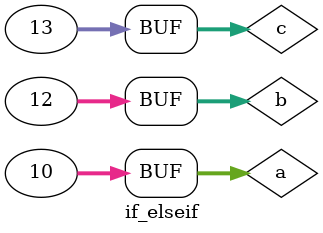
<source format=sv>
module if_elseif;
int a,b,c;
initial begin 
 a = 10;
 b = 12;
 c = 13;
 
 if (a>b)begin 
   $display ("Successfully enters into if block ");
   $display ("Value of a < b");
   
 end 
 else if (b<c)begin 
   $display ("Successfully enters into else if block ");
   $display ("value of b<c");
  
   end
   else if (c<0) begin 
     $display ("Successfully enters into second elseif block ");
     $display ("c is a negative number ");
   
   end 
   $display ("Out from ladder block");

 end 
 endmodule 
 

</source>
